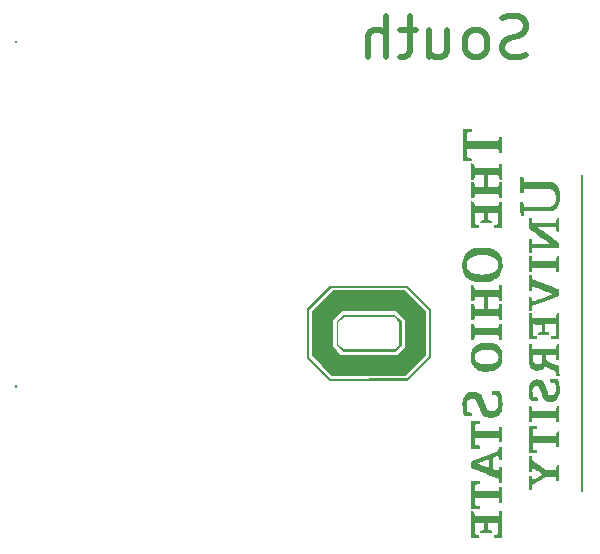
<source format=gbr>
%TF.GenerationSoftware,KiCad,Pcbnew,7.0.7*%
%TF.CreationDate,2023-09-08T13:53:37-04:00*%
%TF.ProjectId,Temps_South_DCT_HSK,54656d70-735f-4536-9f75-74685f444354,rev?*%
%TF.SameCoordinates,Original*%
%TF.FileFunction,Legend,Bot*%
%TF.FilePolarity,Positive*%
%FSLAX46Y46*%
G04 Gerber Fmt 4.6, Leading zero omitted, Abs format (unit mm)*
G04 Created by KiCad (PCBNEW 7.0.7) date 2023-09-08 13:53:37*
%MOMM*%
%LPD*%
G01*
G04 APERTURE LIST*
%ADD10C,0.254000*%
%ADD11C,0.500000*%
G04 APERTURE END LIST*
D10*
X92680002Y-50830000D02*
G75*
G03*
X92680002Y-50830000I-1J0D01*
G01*
X92690001Y-80020000D02*
G75*
G03*
X92690001Y-80020000I-1J0D01*
G01*
D11*
X135873619Y-51964101D02*
X135373619Y-52130767D01*
X135373619Y-52130767D02*
X134540286Y-52130767D01*
X134540286Y-52130767D02*
X134206952Y-51964101D01*
X134206952Y-51964101D02*
X134040286Y-51797434D01*
X134040286Y-51797434D02*
X133873619Y-51464101D01*
X133873619Y-51464101D02*
X133873619Y-51130767D01*
X133873619Y-51130767D02*
X134040286Y-50797434D01*
X134040286Y-50797434D02*
X134206952Y-50630767D01*
X134206952Y-50630767D02*
X134540286Y-50464101D01*
X134540286Y-50464101D02*
X135206952Y-50297434D01*
X135206952Y-50297434D02*
X135540286Y-50130767D01*
X135540286Y-50130767D02*
X135706952Y-49964101D01*
X135706952Y-49964101D02*
X135873619Y-49630767D01*
X135873619Y-49630767D02*
X135873619Y-49297434D01*
X135873619Y-49297434D02*
X135706952Y-48964101D01*
X135706952Y-48964101D02*
X135540286Y-48797434D01*
X135540286Y-48797434D02*
X135206952Y-48630767D01*
X135206952Y-48630767D02*
X134373619Y-48630767D01*
X134373619Y-48630767D02*
X133873619Y-48797434D01*
X131873619Y-52130767D02*
X132206953Y-51964101D01*
X132206953Y-51964101D02*
X132373619Y-51797434D01*
X132373619Y-51797434D02*
X132540286Y-51464101D01*
X132540286Y-51464101D02*
X132540286Y-50464101D01*
X132540286Y-50464101D02*
X132373619Y-50130767D01*
X132373619Y-50130767D02*
X132206953Y-49964101D01*
X132206953Y-49964101D02*
X131873619Y-49797434D01*
X131873619Y-49797434D02*
X131373619Y-49797434D01*
X131373619Y-49797434D02*
X131040286Y-49964101D01*
X131040286Y-49964101D02*
X130873619Y-50130767D01*
X130873619Y-50130767D02*
X130706953Y-50464101D01*
X130706953Y-50464101D02*
X130706953Y-51464101D01*
X130706953Y-51464101D02*
X130873619Y-51797434D01*
X130873619Y-51797434D02*
X131040286Y-51964101D01*
X131040286Y-51964101D02*
X131373619Y-52130767D01*
X131373619Y-52130767D02*
X131873619Y-52130767D01*
X127706952Y-49797434D02*
X127706952Y-52130767D01*
X129206952Y-49797434D02*
X129206952Y-51630767D01*
X129206952Y-51630767D02*
X129040286Y-51964101D01*
X129040286Y-51964101D02*
X128706952Y-52130767D01*
X128706952Y-52130767D02*
X128206952Y-52130767D01*
X128206952Y-52130767D02*
X127873619Y-51964101D01*
X127873619Y-51964101D02*
X127706952Y-51797434D01*
X126540285Y-49797434D02*
X125206952Y-49797434D01*
X126040285Y-48630767D02*
X126040285Y-51630767D01*
X126040285Y-51630767D02*
X125873619Y-51964101D01*
X125873619Y-51964101D02*
X125540285Y-52130767D01*
X125540285Y-52130767D02*
X125206952Y-52130767D01*
X124040285Y-52130767D02*
X124040285Y-48630767D01*
X122540285Y-52130767D02*
X122540285Y-50297434D01*
X122540285Y-50297434D02*
X122706952Y-49964101D01*
X122706952Y-49964101D02*
X123040285Y-49797434D01*
X123040285Y-49797434D02*
X123540285Y-49797434D01*
X123540285Y-49797434D02*
X123873619Y-49964101D01*
X123873619Y-49964101D02*
X124040285Y-50130767D01*
%TO.C,G\u002A\u002A\u002A*%
G36*
X138347438Y-79381594D02*
G01*
X138471323Y-79387920D01*
X138560024Y-79398346D01*
X138598700Y-79411525D01*
X138600248Y-79414381D01*
X138619121Y-79466475D01*
X138647521Y-79560794D01*
X138679927Y-79679150D01*
X138713097Y-79841563D01*
X138738359Y-80079878D01*
X138743205Y-80327221D01*
X138727400Y-80560135D01*
X138690708Y-80755161D01*
X138624538Y-80922722D01*
X138502376Y-81095294D01*
X138342794Y-81222248D01*
X138153422Y-81295904D01*
X138001111Y-81316262D01*
X137788464Y-81298444D01*
X137597873Y-81227241D01*
X137438598Y-81106603D01*
X137319900Y-80940479D01*
X137298034Y-80891627D01*
X137255133Y-80780027D01*
X137205652Y-80638339D01*
X137156486Y-80485743D01*
X137155256Y-80481756D01*
X137084486Y-80276987D01*
X137014380Y-80129772D01*
X136939607Y-80033188D01*
X136854833Y-79980314D01*
X136754725Y-79964228D01*
X136643955Y-79983520D01*
X136537086Y-80056148D01*
X136463522Y-80177893D01*
X136426146Y-80343606D01*
X136427842Y-80548136D01*
X136434050Y-80609625D01*
X136449062Y-80733576D01*
X136467450Y-80810595D01*
X136496172Y-80853500D01*
X136542187Y-80875112D01*
X136612452Y-80888250D01*
X136709706Y-80904101D01*
X136797055Y-80924766D01*
X136843052Y-80952840D01*
X136860939Y-80997856D01*
X136863959Y-81069351D01*
X136863959Y-81196923D01*
X136554982Y-81196923D01*
X136450558Y-81196995D01*
X136344515Y-81192430D01*
X136272102Y-81173557D01*
X136223753Y-81130575D01*
X136189900Y-81053687D01*
X136160975Y-80933092D01*
X136127413Y-80758992D01*
X136114976Y-80686965D01*
X136091363Y-80424225D01*
X136100535Y-80171381D01*
X136140578Y-79940912D01*
X136209577Y-79745298D01*
X136305619Y-79597019D01*
X136325106Y-79576788D01*
X136469201Y-79476619D01*
X136647487Y-79415055D01*
X136841691Y-79396415D01*
X137033542Y-79425015D01*
X137044739Y-79428343D01*
X137175654Y-79481551D01*
X137286304Y-79559590D01*
X137382300Y-79670377D01*
X137469252Y-79821827D01*
X137552773Y-80021856D01*
X137638472Y-80278378D01*
X137647536Y-80307425D01*
X137710966Y-80486786D01*
X137773684Y-80611513D01*
X137842826Y-80690094D01*
X137925529Y-80731017D01*
X138028932Y-80742772D01*
X138039484Y-80742672D01*
X138171358Y-80718642D01*
X138269902Y-80649740D01*
X138337376Y-80532143D01*
X138376043Y-80362030D01*
X138388165Y-80135576D01*
X138388096Y-80097196D01*
X138386100Y-79937633D01*
X138377003Y-79829439D01*
X138354860Y-79761323D01*
X138313729Y-79721995D01*
X138247665Y-79700164D01*
X138150726Y-79684540D01*
X137950676Y-79656054D01*
X137930726Y-79380320D01*
X138255070Y-79380320D01*
X138347438Y-79381594D01*
G37*
G36*
X135562718Y-62252543D02*
G01*
X135631212Y-62261094D01*
X135663134Y-62295590D01*
X135680322Y-62373998D01*
X135681995Y-62384337D01*
X135699483Y-62486697D01*
X135714849Y-62568634D01*
X135729818Y-62641622D01*
X136805680Y-62641622D01*
X136864499Y-62641635D01*
X137157955Y-62642230D01*
X137395575Y-62643960D01*
X137585030Y-62647159D01*
X137733990Y-62652159D01*
X137850126Y-62659293D01*
X137941106Y-62668894D01*
X138014603Y-62681294D01*
X138078285Y-62696826D01*
X138231250Y-62756986D01*
X138412239Y-62887027D01*
X138558786Y-63070733D01*
X138669866Y-63306721D01*
X138744451Y-63593610D01*
X138757929Y-63707713D01*
X138762600Y-63903604D01*
X138751995Y-64118229D01*
X138727616Y-64326106D01*
X138690963Y-64501751D01*
X138665644Y-64579553D01*
X138593744Y-64720974D01*
X138480759Y-64863194D01*
X138471087Y-64873778D01*
X138405887Y-64943815D01*
X138346063Y-65001143D01*
X138284592Y-65047096D01*
X138214447Y-65083011D01*
X138128604Y-65110222D01*
X138020037Y-65130065D01*
X137881720Y-65143875D01*
X137706629Y-65152989D01*
X137487738Y-65158740D01*
X137218023Y-65162466D01*
X136890457Y-65165501D01*
X135732919Y-65175613D01*
X135715640Y-65262960D01*
X135714308Y-65269739D01*
X135696244Y-65366071D01*
X135677099Y-65473678D01*
X135672292Y-65500704D01*
X135652953Y-65566104D01*
X135615297Y-65589168D01*
X135538122Y-65587216D01*
X135420408Y-65577382D01*
X135411567Y-64985365D01*
X135402725Y-64393347D01*
X135531744Y-64393347D01*
X135563358Y-64393556D01*
X135631476Y-64402206D01*
X135663212Y-64436748D01*
X135680322Y-64514994D01*
X135681931Y-64524933D01*
X135699601Y-64628106D01*
X135715334Y-64711562D01*
X135730788Y-64786483D01*
X137950676Y-64766399D01*
X138101648Y-64677649D01*
X138230473Y-64578755D01*
X138327138Y-64440955D01*
X138382732Y-64263568D01*
X138400979Y-64038645D01*
X138400985Y-64036018D01*
X138395650Y-63896829D01*
X138381284Y-63766782D01*
X138360942Y-63673711D01*
X138310853Y-63576702D01*
X138207142Y-63455609D01*
X138078094Y-63354502D01*
X137944863Y-63292749D01*
X137881140Y-63283376D01*
X137755807Y-63274795D01*
X137576796Y-63267811D01*
X137349875Y-63262595D01*
X137080810Y-63259318D01*
X136775369Y-63258151D01*
X135729818Y-63257970D01*
X135714849Y-63330958D01*
X135713541Y-63337429D01*
X135697577Y-63423637D01*
X135680322Y-63525594D01*
X135675513Y-63554242D01*
X135656262Y-63617887D01*
X135615862Y-63642898D01*
X135532476Y-63647242D01*
X135404189Y-63647242D01*
X135404189Y-62252350D01*
X135532476Y-62252350D01*
X135562718Y-62252543D01*
G37*
G36*
X133777214Y-80653564D02*
G01*
X133812096Y-80785923D01*
X133850062Y-80960608D01*
X133876142Y-81115824D01*
X133885359Y-81201925D01*
X133891763Y-81489476D01*
X133865253Y-81777388D01*
X133807998Y-82036357D01*
X133766799Y-82145283D01*
X133646944Y-82336779D01*
X133484412Y-82487144D01*
X133286787Y-82592910D01*
X133061652Y-82650604D01*
X132816590Y-82656757D01*
X132559185Y-82607897D01*
X132446577Y-82565178D01*
X132309607Y-82478442D01*
X132190209Y-82353592D01*
X132083533Y-82183944D01*
X131984735Y-81962812D01*
X131888967Y-81683513D01*
X131842125Y-81541220D01*
X131758393Y-81337301D01*
X131669077Y-81188974D01*
X131569097Y-81090334D01*
X131453375Y-81035479D01*
X131316832Y-81018506D01*
X131155101Y-81043720D01*
X131022571Y-81123154D01*
X130914192Y-81260973D01*
X130903643Y-81281490D01*
X130869490Y-81403797D01*
X130853404Y-81572933D01*
X130856008Y-81776179D01*
X130877926Y-82000814D01*
X130884601Y-82050604D01*
X130896864Y-82112586D01*
X130921129Y-82151471D01*
X130970321Y-82176110D01*
X131057364Y-82195351D01*
X131195185Y-82218045D01*
X131244638Y-82226925D01*
X131294738Y-82247646D01*
X131313807Y-82292729D01*
X131316832Y-82382428D01*
X131316832Y-82526935D01*
X130673077Y-82526935D01*
X130639947Y-82421508D01*
X130559806Y-82123470D01*
X130504657Y-81791352D01*
X130491106Y-81484379D01*
X130518218Y-81207357D01*
X130585059Y-80965092D01*
X130690694Y-80762390D01*
X130834188Y-80604058D01*
X131014607Y-80494901D01*
X131181067Y-80444589D01*
X131404215Y-80425126D01*
X131626744Y-80452264D01*
X131831647Y-80523562D01*
X132001919Y-80636582D01*
X132032742Y-80665729D01*
X132112943Y-80757671D01*
X132186768Y-80871495D01*
X132259575Y-81017507D01*
X132336726Y-81206012D01*
X132423581Y-81447317D01*
X132474869Y-81590894D01*
X132527877Y-81729266D01*
X132573021Y-81837087D01*
X132604087Y-81898822D01*
X132673418Y-81975646D01*
X132808637Y-82047700D01*
X132978243Y-82072785D01*
X132983573Y-82072761D01*
X133161617Y-82041442D01*
X133310603Y-81952863D01*
X133425389Y-81810044D01*
X133439815Y-81784086D01*
X133470052Y-81720143D01*
X133489419Y-81652973D01*
X133500235Y-81567168D01*
X133504819Y-81447320D01*
X133505493Y-81278021D01*
X133504617Y-81149680D01*
X133498762Y-80989963D01*
X133482871Y-80879047D01*
X133451735Y-80807031D01*
X133400149Y-80764015D01*
X133322902Y-80740099D01*
X133214789Y-80725382D01*
X133003678Y-80702774D01*
X133003678Y-80418379D01*
X133707892Y-80418379D01*
X133777214Y-80653564D01*
G37*
G36*
X132667872Y-76284207D02*
G01*
X132830403Y-76287466D01*
X132951486Y-76295018D01*
X133045969Y-76308581D01*
X133128702Y-76329875D01*
X133214533Y-76360621D01*
X133367472Y-76436410D01*
X133559263Y-76585585D01*
X133710938Y-76772573D01*
X133810807Y-76985132D01*
X133817414Y-77006714D01*
X133862113Y-77225549D01*
X133877718Y-77487311D01*
X133870301Y-77688481D01*
X133821886Y-77972936D01*
X133727878Y-78211815D01*
X133587579Y-78405781D01*
X133400291Y-78555493D01*
X133165318Y-78661612D01*
X132881963Y-78724799D01*
X132549527Y-78745714D01*
X132311735Y-78737617D01*
X132072948Y-78704363D01*
X131873327Y-78641712D01*
X131700985Y-78545723D01*
X131544034Y-78412456D01*
X131458192Y-78320968D01*
X131365574Y-78196657D01*
X131301725Y-78064807D01*
X131261959Y-77911277D01*
X131241592Y-77721927D01*
X131236835Y-77520576D01*
X131549305Y-77520576D01*
X131591010Y-77710132D01*
X131633161Y-77799555D01*
X131732821Y-77924360D01*
X131872366Y-78017196D01*
X132056961Y-78080231D01*
X132291772Y-78115630D01*
X132581966Y-78125557D01*
X132724088Y-78121988D01*
X132969361Y-78097756D01*
X133163302Y-78048272D01*
X133312692Y-77970546D01*
X133424311Y-77861587D01*
X133504939Y-77718403D01*
X133509875Y-77706066D01*
X133541774Y-77594840D01*
X133554434Y-77491770D01*
X133547182Y-77419797D01*
X133502836Y-77277797D01*
X133429407Y-77147416D01*
X133339961Y-77055252D01*
X133251810Y-76999303D01*
X133160029Y-76955970D01*
X133057390Y-76926915D01*
X132930414Y-76909466D01*
X132765619Y-76900954D01*
X132549527Y-76898711D01*
X132526038Y-76898716D01*
X132345103Y-76899650D01*
X132213292Y-76903502D01*
X132116414Y-76912154D01*
X132040280Y-76927488D01*
X131970699Y-76951388D01*
X131893482Y-76985734D01*
X131779222Y-77052586D01*
X131646784Y-77183724D01*
X131569021Y-77342414D01*
X131549305Y-77520576D01*
X131236835Y-77520576D01*
X131235938Y-77482619D01*
X131236126Y-77406866D01*
X131238742Y-77257783D01*
X131246633Y-77149065D01*
X131262558Y-77063271D01*
X131289274Y-76982957D01*
X131329540Y-76890683D01*
X131336919Y-76874976D01*
X131475495Y-76656424D01*
X131659263Y-76484373D01*
X131887154Y-76359838D01*
X131947619Y-76336684D01*
X132026352Y-76312683D01*
X132111231Y-76297064D01*
X132216935Y-76288138D01*
X132358141Y-76284216D01*
X132549527Y-76283607D01*
X132667872Y-76284207D01*
G37*
G36*
X138713001Y-77762269D02*
G01*
X138591353Y-77752201D01*
X138576868Y-77750989D01*
X138514329Y-77741711D01*
X138479172Y-77716850D01*
X138459070Y-77660214D01*
X138441694Y-77555607D01*
X138413682Y-77369081D01*
X137536747Y-77369081D01*
X137553656Y-77519098D01*
X137557780Y-77549381D01*
X137584965Y-77647587D01*
X137637162Y-77733841D01*
X137721819Y-77814189D01*
X137846383Y-77894676D01*
X138018304Y-77981348D01*
X138245028Y-78080249D01*
X138696781Y-78268674D01*
X138705833Y-78694740D01*
X138714884Y-79120805D01*
X138599387Y-79120805D01*
X138563761Y-79120296D01*
X138509348Y-79110803D01*
X138476747Y-79078450D01*
X138456289Y-79009362D01*
X138438307Y-78889668D01*
X138418286Y-78739629D01*
X138129417Y-78619895D01*
X138083553Y-78600375D01*
X137924447Y-78526534D01*
X137770455Y-78447247D01*
X137649397Y-78376613D01*
X137458246Y-78253066D01*
X137396287Y-78368332D01*
X137372378Y-78405394D01*
X137290110Y-78496329D01*
X137192249Y-78573770D01*
X137096781Y-78626048D01*
X136900723Y-78684953D01*
X136706973Y-78681837D01*
X136523152Y-78617441D01*
X136356881Y-78492506D01*
X136298753Y-78430947D01*
X136248892Y-78365610D01*
X136210332Y-78292774D01*
X136181624Y-78204243D01*
X136161317Y-78091823D01*
X136147960Y-77947316D01*
X136140103Y-77762527D01*
X136137845Y-77624221D01*
X136442247Y-77624221D01*
X136443683Y-77725495D01*
X136452733Y-77832694D01*
X136473259Y-77906087D01*
X136508866Y-77964053D01*
X136606841Y-78048089D01*
X136742764Y-78096631D01*
X136891508Y-78099401D01*
X137035641Y-78056312D01*
X137157727Y-77967277D01*
X137197224Y-77917215D01*
X137223905Y-77854227D01*
X137239334Y-77763358D01*
X137248428Y-77626118D01*
X137260100Y-77369081D01*
X136442247Y-77369081D01*
X136442247Y-77624221D01*
X136137845Y-77624221D01*
X136136295Y-77529262D01*
X136135086Y-77239324D01*
X136134074Y-76412121D01*
X136247611Y-76412121D01*
X136260858Y-76412135D01*
X136319389Y-76416288D01*
X136352510Y-76438514D01*
X136371880Y-76494178D01*
X136389161Y-76598647D01*
X136417173Y-76785173D01*
X137260100Y-76785173D01*
X138417071Y-76785173D01*
X138437700Y-76631086D01*
X138447362Y-76561503D01*
X138465359Y-76468426D01*
X138490272Y-76418967D01*
X138531502Y-76399376D01*
X138598445Y-76395901D01*
X138713001Y-76395901D01*
X138713001Y-77762269D01*
G37*
G36*
X132370937Y-68244935D02*
G01*
X132733669Y-68283625D01*
X133046470Y-68363446D01*
X133309733Y-68484668D01*
X133523853Y-68647564D01*
X133689223Y-68852404D01*
X133806237Y-69099461D01*
X133875290Y-69389004D01*
X133887511Y-69514392D01*
X133893174Y-69684299D01*
X133888724Y-69843155D01*
X133866109Y-70039604D01*
X133792794Y-70327876D01*
X133673738Y-70572041D01*
X133507870Y-70773019D01*
X133294121Y-70931732D01*
X133031421Y-71049100D01*
X132718701Y-71126044D01*
X132354891Y-71163484D01*
X132025870Y-71164018D01*
X131680640Y-71127635D01*
X131375384Y-71052942D01*
X131114093Y-70941301D01*
X130900758Y-70794072D01*
X130739371Y-70612617D01*
X130643521Y-70443843D01*
X130549516Y-70185479D01*
X130498561Y-69907508D01*
X130490238Y-69632963D01*
X130857341Y-69632963D01*
X130858990Y-69813917D01*
X130891774Y-69978991D01*
X130949562Y-70086347D01*
X131052043Y-70204289D01*
X131179131Y-70309986D01*
X131312305Y-70385534D01*
X131424395Y-70424810D01*
X131648994Y-70475310D01*
X131907882Y-70507082D01*
X132183407Y-70518959D01*
X132457916Y-70509771D01*
X132713757Y-70478350D01*
X132949359Y-70421346D01*
X133172554Y-70325796D01*
X133341101Y-70198226D01*
X133456424Y-70037791D01*
X133473964Y-70000091D01*
X133526951Y-69808675D01*
X133531223Y-69609536D01*
X133488129Y-69420932D01*
X133399019Y-69261123D01*
X133365340Y-69221835D01*
X133217531Y-69096481D01*
X133029750Y-69001902D01*
X132796988Y-68936567D01*
X132514233Y-68898945D01*
X132176475Y-68887505D01*
X131873876Y-68898329D01*
X131589408Y-68934625D01*
X131356500Y-68998180D01*
X131170534Y-69090767D01*
X131026892Y-69214164D01*
X130920953Y-69370145D01*
X130885491Y-69463974D01*
X130857341Y-69632963D01*
X130490238Y-69632963D01*
X130489903Y-69621897D01*
X130522790Y-69340611D01*
X130596470Y-69075619D01*
X130710191Y-68838887D01*
X130863200Y-68642381D01*
X131021147Y-68511638D01*
X131247276Y-68390374D01*
X131518171Y-68305559D01*
X131837495Y-68256099D01*
X132176475Y-68242229D01*
X132208914Y-68240902D01*
X132370937Y-68244935D01*
G37*
G36*
X133847100Y-86228936D02*
G01*
X133725586Y-86218868D01*
X133658525Y-86210773D01*
X133617460Y-86189107D01*
X133595009Y-86137366D01*
X133577135Y-86038493D01*
X133565518Y-85978809D01*
X133538642Y-85898212D01*
X133509524Y-85868187D01*
X133468387Y-85877222D01*
X133383180Y-85905496D01*
X133276813Y-85946316D01*
X133084776Y-86024445D01*
X133084776Y-87010886D01*
X133311851Y-87101312D01*
X133538927Y-87191738D01*
X133572128Y-87008443D01*
X133574497Y-86995384D01*
X133594722Y-86897561D01*
X133618107Y-86845749D01*
X133657617Y-86823677D01*
X133726214Y-86815079D01*
X133847100Y-86805011D01*
X133847100Y-88175296D01*
X133725453Y-88165228D01*
X133715954Y-88164437D01*
X133650751Y-88155388D01*
X133614247Y-88131407D01*
X133593719Y-88076078D01*
X133576440Y-87972984D01*
X133549074Y-87790807D01*
X132895214Y-87538317D01*
X132678724Y-87454638D01*
X132425376Y-87356555D01*
X132171898Y-87258282D01*
X131938512Y-87167659D01*
X131745442Y-87092528D01*
X131249530Y-86899228D01*
X131258852Y-86619144D01*
X131262252Y-86516974D01*
X131803422Y-86516974D01*
X131807416Y-86520796D01*
X131855123Y-86544108D01*
X131946711Y-86582505D01*
X132069518Y-86631227D01*
X132210878Y-86685513D01*
X132358127Y-86740605D01*
X132498602Y-86791740D01*
X132619637Y-86834159D01*
X132708569Y-86863101D01*
X132752732Y-86873806D01*
X132761016Y-86851521D01*
X132769091Y-86776242D01*
X132774579Y-86660362D01*
X132776602Y-86516974D01*
X132775112Y-86393147D01*
X132770076Y-86272427D01*
X132762324Y-86190395D01*
X132752732Y-86160141D01*
X132742563Y-86161642D01*
X132680546Y-86179574D01*
X132578395Y-86214001D01*
X132448776Y-86260163D01*
X132304353Y-86313298D01*
X132157789Y-86368647D01*
X132021750Y-86421450D01*
X131908900Y-86466945D01*
X131831902Y-86500373D01*
X131803422Y-86516974D01*
X131262252Y-86516974D01*
X131268173Y-86339060D01*
X132403550Y-85899886D01*
X132752732Y-85764820D01*
X133538927Y-85460713D01*
X133598087Y-85089643D01*
X133847100Y-85089643D01*
X133847100Y-86228936D01*
G37*
G36*
X131373601Y-71438834D02*
G01*
X131388086Y-71440047D01*
X131450625Y-71449325D01*
X131485782Y-71474185D01*
X131505884Y-71530822D01*
X131523260Y-71635428D01*
X131551272Y-71821955D01*
X133551925Y-71821955D01*
X133573945Y-71627319D01*
X133595966Y-71432683D01*
X133847100Y-71432683D01*
X133847100Y-72799051D01*
X133725453Y-72788983D01*
X133710968Y-72787770D01*
X133648429Y-72778492D01*
X133613272Y-72753632D01*
X133593170Y-72696996D01*
X133575794Y-72592389D01*
X133547782Y-72405863D01*
X132646845Y-72405863D01*
X132646845Y-73411482D01*
X133082862Y-73411482D01*
X133106743Y-73411440D01*
X133272726Y-73408601D01*
X133407478Y-73401865D01*
X133499789Y-73392010D01*
X133538449Y-73379815D01*
X133546256Y-73359303D01*
X133562501Y-73285461D01*
X133577321Y-73185179D01*
X133596623Y-73022210D01*
X133847100Y-73022210D01*
X133847100Y-74388578D01*
X133725453Y-74378510D01*
X133710968Y-74377298D01*
X133648429Y-74368020D01*
X133613272Y-74343160D01*
X133593170Y-74286523D01*
X133575794Y-74181916D01*
X133547782Y-73995390D01*
X131551272Y-73995390D01*
X131523260Y-74181916D01*
X131519916Y-74204125D01*
X131502950Y-74299285D01*
X131481127Y-74349274D01*
X131442120Y-74370284D01*
X131373601Y-74378510D01*
X131251954Y-74388578D01*
X131251954Y-73018294D01*
X131372034Y-73028362D01*
X131373529Y-73028487D01*
X131441818Y-73037518D01*
X131481021Y-73060921D01*
X131504626Y-73115197D01*
X131526121Y-73216846D01*
X131560127Y-73395262D01*
X131941289Y-73404402D01*
X132322452Y-73413541D01*
X132322452Y-72405863D01*
X131551272Y-72405863D01*
X131523260Y-72592389D01*
X131519916Y-72614597D01*
X131502950Y-72709758D01*
X131481127Y-72759746D01*
X131442120Y-72780757D01*
X131373601Y-72788983D01*
X131251954Y-72799051D01*
X131251954Y-71428766D01*
X131373601Y-71438834D01*
G37*
G36*
X131373601Y-61123125D02*
G01*
X131388086Y-61124338D01*
X131450625Y-61133616D01*
X131485782Y-61158476D01*
X131505884Y-61215113D01*
X131523260Y-61319720D01*
X131551272Y-61506246D01*
X133551925Y-61506246D01*
X133573945Y-61311610D01*
X133595966Y-61116974D01*
X133847100Y-61116974D01*
X133847100Y-62483342D01*
X133725453Y-62473274D01*
X133710968Y-62472061D01*
X133648429Y-62462783D01*
X133613272Y-62437923D01*
X133593170Y-62381287D01*
X133575794Y-62276680D01*
X133547782Y-62090154D01*
X132646845Y-62090154D01*
X132646845Y-63095773D01*
X133082862Y-63095773D01*
X133106743Y-63095731D01*
X133272726Y-63092892D01*
X133407478Y-63086156D01*
X133499789Y-63076301D01*
X133538449Y-63064107D01*
X133546256Y-63043594D01*
X133562501Y-62969753D01*
X133577321Y-62869471D01*
X133596623Y-62706501D01*
X133847100Y-62706501D01*
X133847100Y-64072870D01*
X133725453Y-64062802D01*
X133710968Y-64061589D01*
X133648429Y-64052311D01*
X133613272Y-64027451D01*
X133593170Y-63970814D01*
X133575794Y-63866207D01*
X133547782Y-63679681D01*
X131551272Y-63679681D01*
X131523260Y-63866207D01*
X131519916Y-63888416D01*
X131502950Y-63983576D01*
X131481127Y-64033565D01*
X131442120Y-64054575D01*
X131373601Y-64062802D01*
X131251954Y-64072870D01*
X131251954Y-62702585D01*
X131373601Y-62712653D01*
X131388086Y-62713865D01*
X131450625Y-62723143D01*
X131485782Y-62748004D01*
X131505884Y-62804640D01*
X131523260Y-62909247D01*
X131551272Y-63095773D01*
X132322452Y-63095773D01*
X132322452Y-62090154D01*
X131551272Y-62090154D01*
X131523260Y-62276680D01*
X131519916Y-62298888D01*
X131502950Y-62394049D01*
X131481127Y-62444037D01*
X131442120Y-62465048D01*
X131373601Y-62473274D01*
X131251954Y-62483342D01*
X131251954Y-61113057D01*
X131373601Y-61123125D01*
G37*
G36*
X136396448Y-70739750D02*
G01*
X136426028Y-70922679D01*
X137512745Y-71333095D01*
X137743969Y-71420433D01*
X137981217Y-71510073D01*
X138194177Y-71590566D01*
X138375567Y-71659157D01*
X138518106Y-71713092D01*
X138614512Y-71749619D01*
X138657503Y-71765983D01*
X138670169Y-71771910D01*
X138693296Y-71796576D01*
X138705586Y-71845873D01*
X138709166Y-71933165D01*
X138706162Y-72071818D01*
X138696781Y-72355181D01*
X137561404Y-72780761D01*
X136426028Y-73206340D01*
X136396448Y-73390009D01*
X136366868Y-73573679D01*
X136116322Y-73573679D01*
X136125198Y-73014100D01*
X136134074Y-72454522D01*
X136247224Y-72454522D01*
X136310837Y-72457903D01*
X136347715Y-72478383D01*
X136370655Y-72531536D01*
X136392455Y-72632938D01*
X136410074Y-72707490D01*
X136436162Y-72779900D01*
X136459079Y-72805612D01*
X136470450Y-72802646D01*
X136536284Y-72781004D01*
X136647692Y-72741934D01*
X136794986Y-72689030D01*
X136968477Y-72625885D01*
X137158476Y-72556093D01*
X137355297Y-72483247D01*
X137549250Y-72410941D01*
X137730646Y-72342768D01*
X137889798Y-72282322D01*
X138017016Y-72233197D01*
X138102613Y-72198986D01*
X138136901Y-72183282D01*
X138120277Y-72172067D01*
X138052053Y-72140993D01*
X137939909Y-72094026D01*
X137793081Y-72034711D01*
X137620805Y-71966591D01*
X137432316Y-71893211D01*
X137236849Y-71818115D01*
X137043640Y-71744848D01*
X136861923Y-71676955D01*
X136700935Y-71617979D01*
X136569910Y-71571465D01*
X136478084Y-71540957D01*
X136434693Y-71530001D01*
X136424320Y-71546080D01*
X136407681Y-71610884D01*
X136392185Y-71708417D01*
X136369893Y-71886833D01*
X136117854Y-71886833D01*
X136117854Y-70556820D01*
X136366868Y-70556820D01*
X136396448Y-70739750D01*
G37*
G36*
X131284393Y-58294133D02*
G01*
X131284403Y-58305331D01*
X131282271Y-58367678D01*
X131267184Y-58407090D01*
X131226399Y-58432072D01*
X131147175Y-58451130D01*
X131016768Y-58472769D01*
X130895121Y-58492327D01*
X130895121Y-59235492D01*
X132206728Y-59235492D01*
X132291541Y-59235521D01*
X132605862Y-59235991D01*
X132862669Y-59236205D01*
X133067891Y-59235072D01*
X133227456Y-59231500D01*
X133347294Y-59224397D01*
X133433334Y-59212671D01*
X133491505Y-59195230D01*
X133527736Y-59170983D01*
X133547957Y-59138837D01*
X133558097Y-59097700D01*
X133564084Y-59046481D01*
X133571848Y-58984087D01*
X133580333Y-58932981D01*
X133600109Y-58872841D01*
X133640305Y-58849890D01*
X133720194Y-58846220D01*
X133847100Y-58846220D01*
X133847100Y-60241112D01*
X133720194Y-60241112D01*
X133673061Y-60240528D01*
X133615941Y-60229205D01*
X133588627Y-60189414D01*
X133571848Y-60103244D01*
X133569501Y-60087164D01*
X133562706Y-60027557D01*
X133556262Y-59978861D01*
X133544240Y-59939986D01*
X133520711Y-59909839D01*
X133479746Y-59887328D01*
X133415415Y-59871361D01*
X133321790Y-59860846D01*
X133192942Y-59854692D01*
X133022940Y-59851806D01*
X132805857Y-59851097D01*
X132535763Y-59851472D01*
X132206728Y-59851840D01*
X130895121Y-59851840D01*
X130895121Y-60224274D01*
X130894789Y-60315318D01*
X130895174Y-60447741D01*
X130903228Y-60533424D01*
X130926482Y-60584241D01*
X130972467Y-60612062D01*
X131048711Y-60628759D01*
X131162745Y-60646204D01*
X131191393Y-60651013D01*
X131255038Y-60670264D01*
X131280049Y-60710664D01*
X131284393Y-60794050D01*
X131284393Y-60922338D01*
X130538288Y-60922338D01*
X130538288Y-58164994D01*
X131284393Y-58164994D01*
X131284393Y-58294133D01*
G37*
G36*
X136391933Y-86077026D02*
G01*
X136413972Y-86253426D01*
X137012145Y-86644714D01*
X137610317Y-87036003D01*
X138413682Y-87036003D01*
X138441694Y-86849477D01*
X138445038Y-86827269D01*
X138462004Y-86732108D01*
X138483827Y-86682119D01*
X138522834Y-86661109D01*
X138591353Y-86652883D01*
X138713001Y-86642815D01*
X138713001Y-88009183D01*
X138598445Y-88009183D01*
X138560118Y-88008554D01*
X138507614Y-87998482D01*
X138475975Y-87965199D01*
X138455804Y-87894955D01*
X138437700Y-87773998D01*
X138417071Y-87619911D01*
X137576947Y-87619911D01*
X136995524Y-87994465D01*
X136414101Y-88369020D01*
X136391997Y-88545934D01*
X136369893Y-88722849D01*
X136117854Y-88722849D01*
X136117854Y-87587472D01*
X136366868Y-87587472D01*
X136396448Y-87765558D01*
X136426028Y-87943643D01*
X136766641Y-87730426D01*
X136903546Y-87644642D01*
X137028527Y-87566173D01*
X137126034Y-87504790D01*
X137182299Y-87469146D01*
X137194007Y-87461469D01*
X137215730Y-87441872D01*
X137216444Y-87419645D01*
X137189394Y-87388360D01*
X137127827Y-87341591D01*
X137024989Y-87272911D01*
X136874126Y-87175894D01*
X136829208Y-87147219D01*
X136692088Y-87060521D01*
X136576309Y-86988539D01*
X136492927Y-86938097D01*
X136452998Y-86916018D01*
X136438628Y-86918326D01*
X136413034Y-86970073D01*
X136392492Y-87082205D01*
X136369893Y-87263078D01*
X136117854Y-87263078D01*
X136117854Y-85900626D01*
X136369893Y-85900626D01*
X136391933Y-86077026D01*
G37*
G36*
X138713001Y-66895092D02*
G01*
X138591353Y-66885024D01*
X138576868Y-66883811D01*
X138514329Y-66874533D01*
X138479172Y-66849673D01*
X138459070Y-66793036D01*
X138441694Y-66688430D01*
X138413682Y-66501903D01*
X136880178Y-66504237D01*
X136972165Y-66579493D01*
X136985343Y-66589817D01*
X137053069Y-66640092D01*
X137163652Y-66720325D01*
X137309724Y-66825235D01*
X137483914Y-66949542D01*
X137678856Y-67087965D01*
X137887179Y-67235223D01*
X138710207Y-67815697D01*
X138713001Y-68286067D01*
X136416178Y-68286067D01*
X136370998Y-68675339D01*
X136117854Y-68675339D01*
X136117854Y-67507523D01*
X136370998Y-67507523D01*
X136416178Y-67896795D01*
X137884014Y-67896795D01*
X137669048Y-67742708D01*
X137618266Y-67706291D01*
X137502391Y-67623141D01*
X137350798Y-67514321D01*
X137173823Y-67387253D01*
X136981800Y-67249354D01*
X136785066Y-67108047D01*
X136116050Y-66627473D01*
X136134074Y-65739579D01*
X136247611Y-65739579D01*
X136260858Y-65739593D01*
X136319389Y-65743746D01*
X136352510Y-65765972D01*
X136371880Y-65821637D01*
X136389161Y-65926105D01*
X136417173Y-66112631D01*
X138417071Y-66112631D01*
X138437700Y-65958545D01*
X138447362Y-65888962D01*
X138465359Y-65795884D01*
X138490272Y-65746425D01*
X138531502Y-65726834D01*
X138598445Y-65723359D01*
X138713001Y-65723359D01*
X138713001Y-66895092D01*
G37*
G36*
X138713001Y-76006629D02*
G01*
X138031775Y-76006629D01*
X138031775Y-75751783D01*
X138388607Y-75707199D01*
X138388607Y-74741495D01*
X137512745Y-74741495D01*
X137512745Y-75355608D01*
X137674942Y-75377124D01*
X137755266Y-75389045D01*
X137811798Y-75407742D01*
X137833565Y-75442936D01*
X137837139Y-75507998D01*
X137837139Y-75617357D01*
X136859848Y-75617357D01*
X136870013Y-75513483D01*
X136875504Y-75472600D01*
X136896092Y-75426948D01*
X136945903Y-75399201D01*
X137042375Y-75375387D01*
X137204572Y-75341164D01*
X137204572Y-74757714D01*
X136823410Y-74748575D01*
X136442247Y-74739436D01*
X136442247Y-75707199D01*
X136620664Y-75729491D01*
X136799080Y-75751783D01*
X136799080Y-76006629D01*
X136117002Y-76006629D01*
X136125538Y-74895582D01*
X136134074Y-73784534D01*
X136247611Y-73784534D01*
X136260858Y-73784548D01*
X136319389Y-73788701D01*
X136352510Y-73810928D01*
X136371880Y-73866592D01*
X136389161Y-73971061D01*
X136417173Y-74157587D01*
X138417071Y-74157587D01*
X138437700Y-74003500D01*
X138447362Y-73933917D01*
X138465359Y-73840840D01*
X138490272Y-73791381D01*
X138531502Y-73771789D01*
X138598445Y-73768315D01*
X138713001Y-73768315D01*
X138713001Y-76006629D01*
G37*
G36*
X133847100Y-66566782D02*
G01*
X133165874Y-66566782D01*
X133165874Y-66311936D01*
X133344291Y-66289644D01*
X133522707Y-66267353D01*
X133522707Y-65301648D01*
X132646845Y-65301648D01*
X132646845Y-65911907D01*
X132809042Y-65934215D01*
X132889867Y-65946618D01*
X132946110Y-65965677D01*
X132967715Y-66001291D01*
X132971238Y-66067016D01*
X132971238Y-66177510D01*
X131993948Y-66177510D01*
X132004113Y-66073636D01*
X132009604Y-66032753D01*
X132030192Y-65987101D01*
X132080003Y-65959354D01*
X132176475Y-65935540D01*
X132338671Y-65901317D01*
X132338671Y-65317868D01*
X131957509Y-65308728D01*
X131576347Y-65299589D01*
X131576347Y-66267353D01*
X131754763Y-66289644D01*
X131933180Y-66311936D01*
X131933180Y-66566782D01*
X131251954Y-66566782D01*
X131251954Y-64324552D01*
X131373601Y-64334620D01*
X131388086Y-64335832D01*
X131450625Y-64345110D01*
X131485782Y-64369971D01*
X131505884Y-64426607D01*
X131523260Y-64531214D01*
X131551272Y-64717740D01*
X133547782Y-64717740D01*
X133575794Y-64531214D01*
X133579138Y-64509005D01*
X133596104Y-64413845D01*
X133617927Y-64363856D01*
X133656934Y-64342846D01*
X133725453Y-64334620D01*
X133847100Y-64324552D01*
X133847100Y-66566782D01*
G37*
G36*
X131373601Y-90578042D02*
G01*
X131388086Y-90579255D01*
X131450625Y-90588533D01*
X131485782Y-90613393D01*
X131505884Y-90670030D01*
X131523260Y-90774637D01*
X131551272Y-90961163D01*
X133551925Y-90961163D01*
X133573945Y-90766527D01*
X133595966Y-90571891D01*
X133847100Y-90571891D01*
X133847100Y-92810205D01*
X133165874Y-92810205D01*
X133165874Y-92555639D01*
X133336181Y-92528567D01*
X133506487Y-92501495D01*
X133524441Y-91545071D01*
X132646845Y-91545071D01*
X132646845Y-92153060D01*
X132809042Y-92174576D01*
X132891318Y-92186809D01*
X132946761Y-92205684D01*
X132967880Y-92241693D01*
X132971238Y-92308512D01*
X132971238Y-92420933D01*
X131998058Y-92420933D01*
X131998058Y-92311958D01*
X132000613Y-92253787D01*
X132019144Y-92215330D01*
X132069710Y-92193096D01*
X132168365Y-92174090D01*
X132338671Y-92145198D01*
X132347998Y-91845135D01*
X132357326Y-91545071D01*
X131574613Y-91545071D01*
X131592567Y-92501495D01*
X131762873Y-92528567D01*
X131933180Y-92555639D01*
X131933180Y-92810205D01*
X131251954Y-92810205D01*
X131251954Y-90567974D01*
X131373601Y-90578042D01*
G37*
G36*
X131965619Y-83012056D02*
G01*
X131965427Y-83042297D01*
X131956875Y-83110791D01*
X131922379Y-83142714D01*
X131843971Y-83159902D01*
X131765478Y-83172151D01*
X131666077Y-83190630D01*
X131609206Y-83216862D01*
X131583123Y-83265091D01*
X131576084Y-83349561D01*
X131576347Y-83484514D01*
X131576347Y-83759630D01*
X133550478Y-83759630D01*
X133572770Y-83581214D01*
X133595061Y-83402797D01*
X133847100Y-83402797D01*
X133847100Y-84732810D01*
X133595061Y-84732810D01*
X133572770Y-84554394D01*
X133550478Y-84375978D01*
X131576347Y-84375978D01*
X131576347Y-84652730D01*
X131576291Y-84717783D01*
X131579062Y-84832668D01*
X131593982Y-84902183D01*
X131631041Y-84940043D01*
X131700227Y-84959967D01*
X131811532Y-84975671D01*
X131965619Y-84996300D01*
X131965619Y-85251840D01*
X131251954Y-85251840D01*
X131251954Y-82883768D01*
X131965619Y-82883768D01*
X131965619Y-83012056D01*
G37*
G36*
X133847100Y-76039068D02*
G01*
X133596623Y-76039068D01*
X133577321Y-75876099D01*
X133569590Y-75818814D01*
X133553376Y-75730125D01*
X133538449Y-75681463D01*
X133507794Y-75673145D01*
X133416073Y-75665125D01*
X133268151Y-75658635D01*
X133068610Y-75653821D01*
X132822033Y-75650826D01*
X132533004Y-75649796D01*
X131547129Y-75649796D01*
X131525109Y-75844432D01*
X131503088Y-76039068D01*
X131251954Y-76039068D01*
X131251954Y-74672700D01*
X131373601Y-74682768D01*
X131388086Y-74683980D01*
X131450625Y-74693258D01*
X131485782Y-74718119D01*
X131505884Y-74774755D01*
X131523260Y-74879362D01*
X131551272Y-75065888D01*
X133547782Y-75065888D01*
X133575794Y-74879362D01*
X133579138Y-74857154D01*
X133596104Y-74761993D01*
X133617927Y-74712004D01*
X133656934Y-74690994D01*
X133725453Y-74682768D01*
X133847100Y-74672700D01*
X133847100Y-76039068D01*
G37*
G36*
X138713001Y-83017442D02*
G01*
X138591353Y-83007374D01*
X138576357Y-83006118D01*
X138514091Y-82996813D01*
X138479072Y-82971859D01*
X138459012Y-82915083D01*
X138441625Y-82810316D01*
X138413545Y-82623327D01*
X137419786Y-82631900D01*
X136426028Y-82640473D01*
X136366868Y-83013525D01*
X136116538Y-83013525D01*
X136134074Y-81667293D01*
X136247611Y-81667293D01*
X136260858Y-81667307D01*
X136319389Y-81671460D01*
X136352510Y-81693686D01*
X136371880Y-81749351D01*
X136389161Y-81853819D01*
X136417173Y-82040345D01*
X138417071Y-82040345D01*
X138437700Y-81886259D01*
X138447362Y-81816675D01*
X138465359Y-81723598D01*
X138490272Y-81674139D01*
X138531502Y-81654548D01*
X138598445Y-81651073D01*
X138713001Y-81651073D01*
X138713001Y-83017442D01*
G37*
G36*
X136831519Y-83558624D02*
G01*
X136442247Y-83603804D01*
X136442247Y-84181342D01*
X138413682Y-84181342D01*
X138441694Y-83994815D01*
X138445038Y-83972607D01*
X138462004Y-83877446D01*
X138483827Y-83827458D01*
X138522834Y-83806447D01*
X138591353Y-83798221D01*
X138713001Y-83788153D01*
X138713001Y-85158438D01*
X138591353Y-85148370D01*
X138576868Y-85147157D01*
X138514329Y-85137879D01*
X138479172Y-85113019D01*
X138459070Y-85056383D01*
X138441694Y-84951776D01*
X138413682Y-84765250D01*
X136442247Y-84765250D01*
X136442247Y-85345936D01*
X136636883Y-85367957D01*
X136831519Y-85389977D01*
X136831519Y-85641112D01*
X136117854Y-85641112D01*
X136117854Y-83305479D01*
X136831519Y-83305479D01*
X136831519Y-83558624D01*
G37*
G36*
X124909004Y-71854394D02*
G01*
X125655734Y-71854394D01*
X126539923Y-72738145D01*
X127424112Y-73621895D01*
X127424112Y-77350094D01*
X125690208Y-79088366D01*
X119493137Y-79088366D01*
X118625163Y-78220839D01*
X117757190Y-77353312D01*
X117757190Y-76607863D01*
X119541353Y-76607863D01*
X119890606Y-76956033D01*
X120239858Y-77304202D01*
X124943662Y-77304202D01*
X125275586Y-76971145D01*
X125607509Y-76638088D01*
X125607509Y-74334897D01*
X125258257Y-73986727D01*
X124909004Y-73638557D01*
X120270180Y-73638557D01*
X119905767Y-74004007D01*
X119541353Y-74369458D01*
X119541353Y-76607863D01*
X117757190Y-76607863D01*
X117757190Y-73622772D01*
X118640941Y-72738583D01*
X119524691Y-71854394D01*
X124909004Y-71854394D01*
G37*
G36*
X124746121Y-73930511D02*
G01*
X124811390Y-73930511D01*
X125079692Y-74197420D01*
X125347994Y-74464328D01*
X125347994Y-76514150D01*
X125076224Y-76779419D01*
X124804453Y-77044688D01*
X120376849Y-77044688D01*
X119833307Y-76514150D01*
X119833307Y-76413861D01*
X119995504Y-76413861D01*
X120215284Y-76631956D01*
X120435063Y-76850052D01*
X124749741Y-76850052D01*
X124951550Y-76646433D01*
X125153358Y-76442814D01*
X125153358Y-74528765D01*
X124949740Y-74326956D01*
X124746121Y-74125147D01*
X120431695Y-74125147D01*
X120213600Y-74344927D01*
X119995504Y-74564707D01*
X119995504Y-76413861D01*
X119833307Y-76413861D01*
X119833307Y-74467116D01*
X120100216Y-74198813D01*
X120367124Y-73930511D01*
X124746121Y-73930511D01*
G37*
G36*
X125753081Y-71467522D02*
G01*
X125850804Y-71467558D01*
X126848314Y-72443246D01*
X127845823Y-73418933D01*
X127845823Y-77514672D01*
X126848510Y-78512374D01*
X125851197Y-79510077D01*
X119281163Y-79510077D01*
X117303039Y-77554589D01*
X117303039Y-77483038D01*
X117497675Y-77483038D01*
X118435876Y-78420820D01*
X119374077Y-79358603D01*
X125785925Y-79314779D01*
X127651187Y-77450599D01*
X127651187Y-73524607D01*
X125753081Y-71627319D01*
X119362517Y-71627319D01*
X117497675Y-73492993D01*
X117497675Y-77483038D01*
X117303039Y-77483038D01*
X117303039Y-73428094D01*
X118284130Y-72446608D01*
X119265220Y-71465122D01*
X125753081Y-71467522D01*
G37*
G36*
X136416178Y-69356565D02*
G01*
X138417071Y-69356565D01*
X138437700Y-69202478D01*
X138447362Y-69132895D01*
X138465359Y-69039818D01*
X138490272Y-68990359D01*
X138531502Y-68970768D01*
X138598445Y-68967293D01*
X138713001Y-68967293D01*
X138713001Y-70333662D01*
X138591353Y-70323593D01*
X138576868Y-70322381D01*
X138514329Y-70313103D01*
X138479172Y-70288243D01*
X138459070Y-70231606D01*
X138441694Y-70126999D01*
X138413682Y-69940473D01*
X136416178Y-69940473D01*
X136370998Y-70329745D01*
X136117854Y-70329745D01*
X136117854Y-68967293D01*
X136370998Y-68967293D01*
X136416178Y-69356565D01*
G37*
G36*
X131965619Y-88260318D02*
G01*
X131770983Y-88282338D01*
X131576347Y-88304359D01*
X131576347Y-88885045D01*
X133551925Y-88885045D01*
X133573945Y-88690409D01*
X133595966Y-88495773D01*
X133847100Y-88495773D01*
X133847100Y-89858225D01*
X133595966Y-89858225D01*
X133573945Y-89663589D01*
X133551925Y-89468953D01*
X131576347Y-89468953D01*
X131576347Y-90049640D01*
X131770983Y-90071660D01*
X131965619Y-90093681D01*
X131965619Y-90344815D01*
X131251954Y-90344815D01*
X131251954Y-88009183D01*
X131965619Y-88009183D01*
X131965619Y-88260318D01*
G37*
G36*
X140691800Y-88917485D02*
G01*
X140497164Y-88917485D01*
X140497164Y-62057714D01*
X140691800Y-62057714D01*
X140691800Y-88917485D01*
G37*
%TD*%
M02*

</source>
